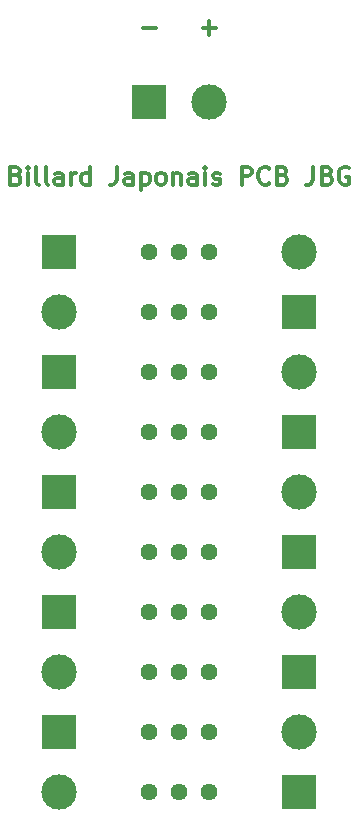
<source format=gbr>
G04 #@! TF.GenerationSoftware,KiCad,Pcbnew,5.0.2+dfsg1-1*
G04 #@! TF.CreationDate,2021-07-05T06:51:35+02:00*
G04 #@! TF.ProjectId,billjapacontrollerv2,62696c6c-6a61-4706-9163-6f6e74726f6c,rev?*
G04 #@! TF.SameCoordinates,Original*
G04 #@! TF.FileFunction,Copper,L1,Top*
G04 #@! TF.FilePolarity,Positive*
%FSLAX46Y46*%
G04 Gerber Fmt 4.6, Leading zero omitted, Abs format (unit mm)*
G04 Created by KiCad (PCBNEW 5.0.2+dfsg1-1) date lun. 05 juil. 2021 06:51:35 CEST*
%MOMM*%
%LPD*%
G01*
G04 APERTURE LIST*
G04 #@! TA.AperFunction,NonConductor*
%ADD10C,0.300000*%
G04 #@! TD*
G04 #@! TA.AperFunction,ComponentPad*
%ADD11R,3.000000X3.000000*%
G04 #@! TD*
G04 #@! TA.AperFunction,ComponentPad*
%ADD12C,3.000000*%
G04 #@! TD*
G04 #@! TA.AperFunction,ComponentPad*
%ADD13C,1.440000*%
G04 #@! TD*
G04 APERTURE END LIST*
D10*
X41211428Y-14077142D02*
X40068571Y-14077142D01*
X46291428Y-14077142D02*
X45148571Y-14077142D01*
X45720000Y-14648571D02*
X45720000Y-13505714D01*
X29358571Y-26562857D02*
X29572857Y-26634285D01*
X29644285Y-26705714D01*
X29715714Y-26848571D01*
X29715714Y-27062857D01*
X29644285Y-27205714D01*
X29572857Y-27277142D01*
X29429999Y-27348571D01*
X28858571Y-27348571D01*
X28858571Y-25848571D01*
X29358571Y-25848571D01*
X29501428Y-25920000D01*
X29572857Y-25991428D01*
X29644285Y-26134285D01*
X29644285Y-26277142D01*
X29572857Y-26420000D01*
X29501428Y-26491428D01*
X29358571Y-26562857D01*
X28858571Y-26562857D01*
X30358571Y-27348571D02*
X30358571Y-26348571D01*
X30358571Y-25848571D02*
X30287142Y-25920000D01*
X30358571Y-25991428D01*
X30429999Y-25920000D01*
X30358571Y-25848571D01*
X30358571Y-25991428D01*
X31287142Y-27348571D02*
X31144285Y-27277142D01*
X31072857Y-27134285D01*
X31072857Y-25848571D01*
X32072857Y-27348571D02*
X31929999Y-27277142D01*
X31858571Y-27134285D01*
X31858571Y-25848571D01*
X33287142Y-27348571D02*
X33287142Y-26562857D01*
X33215714Y-26420000D01*
X33072857Y-26348571D01*
X32787142Y-26348571D01*
X32644285Y-26420000D01*
X33287142Y-27277142D02*
X33144285Y-27348571D01*
X32787142Y-27348571D01*
X32644285Y-27277142D01*
X32572857Y-27134285D01*
X32572857Y-26991428D01*
X32644285Y-26848571D01*
X32787142Y-26777142D01*
X33144285Y-26777142D01*
X33287142Y-26705714D01*
X34001428Y-27348571D02*
X34001428Y-26348571D01*
X34001428Y-26634285D02*
X34072857Y-26491428D01*
X34144285Y-26420000D01*
X34287142Y-26348571D01*
X34429999Y-26348571D01*
X35572857Y-27348571D02*
X35572857Y-25848571D01*
X35572857Y-27277142D02*
X35429999Y-27348571D01*
X35144285Y-27348571D01*
X35001428Y-27277142D01*
X34929999Y-27205714D01*
X34858571Y-27062857D01*
X34858571Y-26634285D01*
X34929999Y-26491428D01*
X35001428Y-26420000D01*
X35144285Y-26348571D01*
X35429999Y-26348571D01*
X35572857Y-26420000D01*
X37858571Y-25848571D02*
X37858571Y-26920000D01*
X37787142Y-27134285D01*
X37644285Y-27277142D01*
X37429999Y-27348571D01*
X37287142Y-27348571D01*
X39215714Y-27348571D02*
X39215714Y-26562857D01*
X39144285Y-26420000D01*
X39001428Y-26348571D01*
X38715714Y-26348571D01*
X38572857Y-26420000D01*
X39215714Y-27277142D02*
X39072857Y-27348571D01*
X38715714Y-27348571D01*
X38572857Y-27277142D01*
X38501428Y-27134285D01*
X38501428Y-26991428D01*
X38572857Y-26848571D01*
X38715714Y-26777142D01*
X39072857Y-26777142D01*
X39215714Y-26705714D01*
X39929999Y-26348571D02*
X39929999Y-27848571D01*
X39929999Y-26420000D02*
X40072857Y-26348571D01*
X40358571Y-26348571D01*
X40501428Y-26420000D01*
X40572857Y-26491428D01*
X40644285Y-26634285D01*
X40644285Y-27062857D01*
X40572857Y-27205714D01*
X40501428Y-27277142D01*
X40358571Y-27348571D01*
X40072857Y-27348571D01*
X39929999Y-27277142D01*
X41501428Y-27348571D02*
X41358571Y-27277142D01*
X41287142Y-27205714D01*
X41215714Y-27062857D01*
X41215714Y-26634285D01*
X41287142Y-26491428D01*
X41358571Y-26420000D01*
X41501428Y-26348571D01*
X41715714Y-26348571D01*
X41858571Y-26420000D01*
X41929999Y-26491428D01*
X42001428Y-26634285D01*
X42001428Y-27062857D01*
X41929999Y-27205714D01*
X41858571Y-27277142D01*
X41715714Y-27348571D01*
X41501428Y-27348571D01*
X42644285Y-26348571D02*
X42644285Y-27348571D01*
X42644285Y-26491428D02*
X42715714Y-26420000D01*
X42858571Y-26348571D01*
X43072857Y-26348571D01*
X43215714Y-26420000D01*
X43287142Y-26562857D01*
X43287142Y-27348571D01*
X44644285Y-27348571D02*
X44644285Y-26562857D01*
X44572857Y-26420000D01*
X44429999Y-26348571D01*
X44144285Y-26348571D01*
X44001428Y-26420000D01*
X44644285Y-27277142D02*
X44501428Y-27348571D01*
X44144285Y-27348571D01*
X44001428Y-27277142D01*
X43929999Y-27134285D01*
X43929999Y-26991428D01*
X44001428Y-26848571D01*
X44144285Y-26777142D01*
X44501428Y-26777142D01*
X44644285Y-26705714D01*
X45358571Y-27348571D02*
X45358571Y-26348571D01*
X45358571Y-25848571D02*
X45287142Y-25920000D01*
X45358571Y-25991428D01*
X45429999Y-25920000D01*
X45358571Y-25848571D01*
X45358571Y-25991428D01*
X46001428Y-27277142D02*
X46144285Y-27348571D01*
X46429999Y-27348571D01*
X46572857Y-27277142D01*
X46644285Y-27134285D01*
X46644285Y-27062857D01*
X46572857Y-26920000D01*
X46429999Y-26848571D01*
X46215714Y-26848571D01*
X46072857Y-26777142D01*
X46001428Y-26634285D01*
X46001428Y-26562857D01*
X46072857Y-26420000D01*
X46215714Y-26348571D01*
X46429999Y-26348571D01*
X46572857Y-26420000D01*
X48429999Y-27348571D02*
X48429999Y-25848571D01*
X49001428Y-25848571D01*
X49144285Y-25920000D01*
X49215714Y-25991428D01*
X49287142Y-26134285D01*
X49287142Y-26348571D01*
X49215714Y-26491428D01*
X49144285Y-26562857D01*
X49001428Y-26634285D01*
X48429999Y-26634285D01*
X50787142Y-27205714D02*
X50715714Y-27277142D01*
X50501428Y-27348571D01*
X50358571Y-27348571D01*
X50144285Y-27277142D01*
X50001428Y-27134285D01*
X49929999Y-26991428D01*
X49858571Y-26705714D01*
X49858571Y-26491428D01*
X49929999Y-26205714D01*
X50001428Y-26062857D01*
X50144285Y-25920000D01*
X50358571Y-25848571D01*
X50501428Y-25848571D01*
X50715714Y-25920000D01*
X50787142Y-25991428D01*
X51929999Y-26562857D02*
X52144285Y-26634285D01*
X52215714Y-26705714D01*
X52287142Y-26848571D01*
X52287142Y-27062857D01*
X52215714Y-27205714D01*
X52144285Y-27277142D01*
X52001428Y-27348571D01*
X51429999Y-27348571D01*
X51429999Y-25848571D01*
X51929999Y-25848571D01*
X52072857Y-25920000D01*
X52144285Y-25991428D01*
X52215714Y-26134285D01*
X52215714Y-26277142D01*
X52144285Y-26420000D01*
X52072857Y-26491428D01*
X51929999Y-26562857D01*
X51429999Y-26562857D01*
X54501428Y-25848571D02*
X54501428Y-26920000D01*
X54429999Y-27134285D01*
X54287142Y-27277142D01*
X54072857Y-27348571D01*
X53929999Y-27348571D01*
X55715714Y-26562857D02*
X55929999Y-26634285D01*
X56001428Y-26705714D01*
X56072857Y-26848571D01*
X56072857Y-27062857D01*
X56001428Y-27205714D01*
X55929999Y-27277142D01*
X55787142Y-27348571D01*
X55215714Y-27348571D01*
X55215714Y-25848571D01*
X55715714Y-25848571D01*
X55858571Y-25920000D01*
X55929999Y-25991428D01*
X56001428Y-26134285D01*
X56001428Y-26277142D01*
X55929999Y-26420000D01*
X55858571Y-26491428D01*
X55715714Y-26562857D01*
X55215714Y-26562857D01*
X57501428Y-25920000D02*
X57358571Y-25848571D01*
X57144285Y-25848571D01*
X56929999Y-25920000D01*
X56787142Y-26062857D01*
X56715714Y-26205714D01*
X56644285Y-26491428D01*
X56644285Y-26705714D01*
X56715714Y-26991428D01*
X56787142Y-27134285D01*
X56929999Y-27277142D01*
X57144285Y-27348571D01*
X57287142Y-27348571D01*
X57501428Y-27277142D01*
X57572857Y-27205714D01*
X57572857Y-26705714D01*
X57287142Y-26705714D01*
D11*
G04 #@! TO.P,,1*
G04 #@! TO.N,N/C*
X53340000Y-68580000D03*
D12*
G04 #@! TO.P,,2*
X53340000Y-63500000D03*
G04 #@! TD*
D11*
G04 #@! TO.P,,1*
G04 #@! TO.N,N/C*
X40640000Y-20320000D03*
D12*
G04 #@! TO.P,,2*
X45720000Y-20320000D03*
G04 #@! TD*
D11*
G04 #@! TO.P,,1*
G04 #@! TO.N,N/C*
X53340000Y-78740000D03*
D12*
G04 #@! TO.P,,2*
X53340000Y-73660000D03*
G04 #@! TD*
D11*
G04 #@! TO.P,,1*
G04 #@! TO.N,N/C*
X53340000Y-58420000D03*
D12*
G04 #@! TO.P,,2*
X53340000Y-53340000D03*
G04 #@! TD*
D11*
G04 #@! TO.P,,1*
G04 #@! TO.N,N/C*
X53340000Y-48260000D03*
D12*
G04 #@! TO.P,,2*
X53340000Y-43180000D03*
G04 #@! TD*
D11*
G04 #@! TO.P,,1*
G04 #@! TO.N,N/C*
X33020000Y-73660000D03*
D12*
G04 #@! TO.P,,2*
X33020000Y-78740000D03*
G04 #@! TD*
D11*
G04 #@! TO.P,,1*
G04 #@! TO.N,N/C*
X33020000Y-63500000D03*
D12*
G04 #@! TO.P,,2*
X33020000Y-68580000D03*
G04 #@! TD*
D11*
G04 #@! TO.P,,1*
G04 #@! TO.N,N/C*
X33020000Y-53340000D03*
D12*
G04 #@! TO.P,,2*
X33020000Y-58420000D03*
G04 #@! TD*
D11*
G04 #@! TO.P,,1*
G04 #@! TO.N,N/C*
X33020000Y-43180000D03*
D12*
G04 #@! TO.P,,2*
X33020000Y-48260000D03*
G04 #@! TD*
D11*
G04 #@! TO.P,,1*
G04 #@! TO.N,N/C*
X53340000Y-38100000D03*
D12*
G04 #@! TO.P,,2*
X53340000Y-33020000D03*
G04 #@! TD*
D13*
G04 #@! TO.P,,1*
G04 #@! TO.N,N/C*
X45720000Y-78740000D03*
G04 #@! TO.P,,2*
X43180000Y-78740000D03*
G04 #@! TO.P,,3*
X40640000Y-78740000D03*
G04 #@! TD*
G04 #@! TO.P,,1*
G04 #@! TO.N,N/C*
X45720000Y-73660000D03*
G04 #@! TO.P,,2*
X43180000Y-73660000D03*
G04 #@! TO.P,,3*
X40640000Y-73660000D03*
G04 #@! TD*
G04 #@! TO.P,,1*
G04 #@! TO.N,N/C*
X45720000Y-68580000D03*
G04 #@! TO.P,,2*
X43180000Y-68580000D03*
G04 #@! TO.P,,3*
X40640000Y-68580000D03*
G04 #@! TD*
G04 #@! TO.P,,1*
G04 #@! TO.N,N/C*
X45720000Y-63500000D03*
G04 #@! TO.P,,2*
X43180000Y-63500000D03*
G04 #@! TO.P,,3*
X40640000Y-63500000D03*
G04 #@! TD*
G04 #@! TO.P,,1*
G04 #@! TO.N,N/C*
X45720000Y-58420000D03*
G04 #@! TO.P,,2*
X43180000Y-58420000D03*
G04 #@! TO.P,,3*
X40640000Y-58420000D03*
G04 #@! TD*
G04 #@! TO.P,,1*
G04 #@! TO.N,N/C*
X45720000Y-53340000D03*
G04 #@! TO.P,,2*
X43180000Y-53340000D03*
G04 #@! TO.P,,3*
X40640000Y-53340000D03*
G04 #@! TD*
G04 #@! TO.P,,1*
G04 #@! TO.N,N/C*
X45720000Y-48260000D03*
G04 #@! TO.P,,2*
X43180000Y-48260000D03*
G04 #@! TO.P,,3*
X40640000Y-48260000D03*
G04 #@! TD*
G04 #@! TO.P,,1*
G04 #@! TO.N,N/C*
X45720000Y-43180000D03*
G04 #@! TO.P,,2*
X43180000Y-43180000D03*
G04 #@! TO.P,,3*
X40640000Y-43180000D03*
G04 #@! TD*
G04 #@! TO.P,,1*
G04 #@! TO.N,N/C*
X45720000Y-38100000D03*
G04 #@! TO.P,,2*
X43180000Y-38100000D03*
G04 #@! TO.P,,3*
X40640000Y-38100000D03*
G04 #@! TD*
G04 #@! TO.P,,3*
G04 #@! TO.N,N/C*
X40640000Y-33020000D03*
G04 #@! TO.P,,2*
X43180000Y-33020000D03*
G04 #@! TO.P,,1*
X45720000Y-33020000D03*
G04 #@! TD*
D12*
G04 #@! TO.P,,2*
G04 #@! TO.N,N/C*
X33020000Y-38100000D03*
D11*
G04 #@! TO.P,,1*
X33020000Y-33020000D03*
G04 #@! TD*
M02*

</source>
